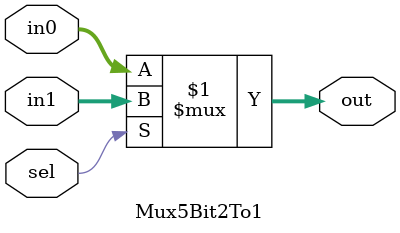
<source format=v>
module Mux32Bit2To1(input[31:0] in0,
		input[31:0] in1,
		input sel,
		output[31:0] out);

	assign out = sel ? in1 : in0;
endmodule

module Mux5Bit2To1(input[4:0] in0,
		input[4:0] in1,
		input sel,
		output[4:0] out);

	assign out = sel ? in1 : in0;

endmodule


</source>
